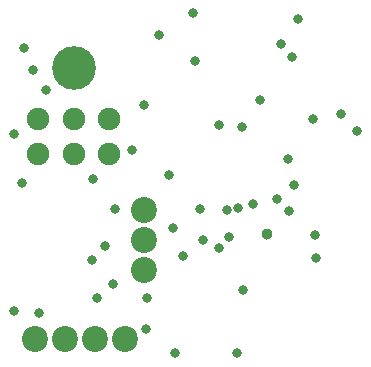
<source format=gbs>
G04 Layer_Color=16711935*
%FSLAX44Y44*%
%MOMM*%
G71*
G01*
G75*
%ADD41C,2.2000*%
%ADD42C,3.7000*%
%ADD43C,1.9000*%
%ADD44C,0.8096*%
%ADD45C,0.8000*%
%ADD46C,0.9620*%
D41*
X91186Y102362D02*
D03*
X116586D02*
D03*
X167386D02*
D03*
X141986D02*
D03*
X183896Y211074D02*
D03*
Y185674D02*
D03*
Y160274D02*
D03*
D42*
X124460Y331978D02*
D03*
D43*
Y288778D02*
D03*
X94460D02*
D03*
X154460D02*
D03*
Y258778D02*
D03*
X124460D02*
D03*
X94460D02*
D03*
D44*
X314198Y372872D02*
D03*
X299974Y351536D02*
D03*
X204724Y241046D02*
D03*
X281686Y304292D02*
D03*
X266954Y281940D02*
D03*
X327152Y288544D02*
D03*
X305562Y254508D02*
D03*
X89916Y329946D02*
D03*
X82550Y348234D02*
D03*
X173990Y262128D02*
D03*
X184150Y299974D02*
D03*
X225298Y378206D02*
D03*
X196850Y359156D02*
D03*
X231648Y212344D02*
D03*
X233680Y186182D02*
D03*
X276098Y216662D02*
D03*
X216662Y172212D02*
D03*
X328422Y190500D02*
D03*
X329692Y170688D02*
D03*
X255778Y188722D02*
D03*
X100584Y312928D02*
D03*
X157988Y148336D02*
D03*
X94742Y124206D02*
D03*
X267970Y143256D02*
D03*
X208026Y195834D02*
D03*
X159004Y212344D02*
D03*
X139954Y169418D02*
D03*
X185928Y110998D02*
D03*
X210312Y89916D02*
D03*
X80518Y233934D02*
D03*
X140716Y237490D02*
D03*
X296672Y220726D02*
D03*
X254254Y211328D02*
D03*
D45*
X311150Y232156D02*
D03*
X309372Y340614D02*
D03*
X227330Y337566D02*
D03*
X247142Y283210D02*
D03*
X263398Y212852D02*
D03*
X350520Y292862D02*
D03*
X364442Y278686D02*
D03*
X262636Y90678D02*
D03*
X306832Y210820D02*
D03*
X150622Y180848D02*
D03*
X186436Y136906D02*
D03*
X144272D02*
D03*
X73406Y276098D02*
D03*
Y125984D02*
D03*
X247142Y179070D02*
D03*
D46*
X287782Y191262D02*
D03*
M02*

</source>
